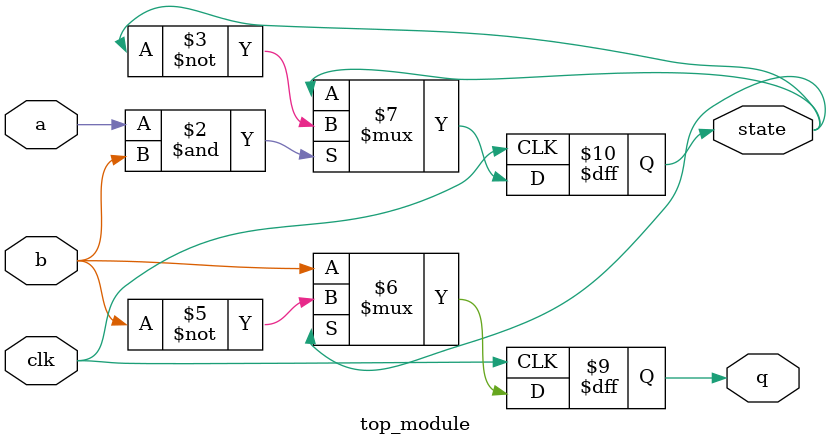
<source format=sv>
module top_module (
    input clk,
    input a,
    input b,
    output reg q,
    output reg state
);

    always @(posedge clk) begin
        // Update state logic (toggle state on a & b high)
        if (a & b) begin
            state <= ~state;
        end
    end

    always @(posedge clk) begin
        // Update output q based on state logic
        q <= state ? ~b : b;
    end

endmodule

</source>
